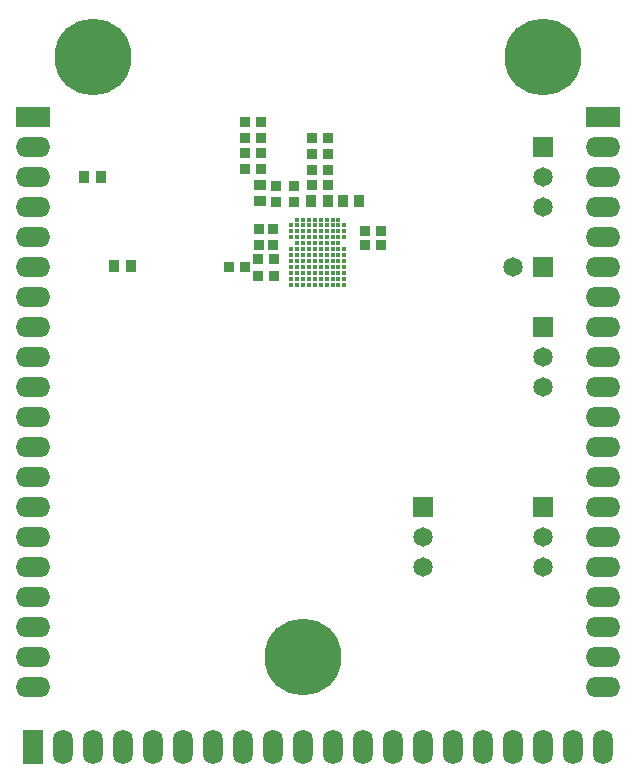
<source format=gts>
G04*
G04 #@! TF.GenerationSoftware,Altium Limited,Altium Designer,18.1.9 (240)*
G04*
G04 Layer_Color=8388736*
%FSLAX43Y43*%
%MOMM*%
G71*
G01*
G75*
%ADD21R,0.902X0.952*%
%ADD22R,0.952X0.902*%
%ADD23R,1.002X0.952*%
%ADD24R,0.952X1.002*%
%ADD25C,0.402*%
%ADD26C,1.652*%
%ADD27R,1.652X1.652*%
%ADD28R,1.652X1.652*%
%ADD29C,6.502*%
%ADD30O,2.946X1.676*%
%ADD31R,2.946X1.676*%
%ADD32O,1.676X2.946*%
%ADD33R,1.676X2.946*%
D21*
X28125Y43700D02*
D03*
X29475D02*
D03*
X28125Y42500D02*
D03*
X29475D02*
D03*
X19325Y52950D02*
D03*
X17975D02*
D03*
X19325Y51600D02*
D03*
X17975D02*
D03*
X19325Y50250D02*
D03*
X17975D02*
D03*
X19325Y48900D02*
D03*
X17975D02*
D03*
X17975Y40600D02*
D03*
X16625D02*
D03*
X20475Y41300D02*
D03*
X19125D02*
D03*
X20475Y39850D02*
D03*
X19125D02*
D03*
X24975Y47550D02*
D03*
X23625D02*
D03*
Y51550D02*
D03*
X24975D02*
D03*
X23625Y50200D02*
D03*
X24975D02*
D03*
X23625Y48850D02*
D03*
X24975D02*
D03*
D22*
X20600Y46175D02*
D03*
Y47525D02*
D03*
X20400Y42525D02*
D03*
Y43875D02*
D03*
X19200Y42525D02*
D03*
Y43875D02*
D03*
X22150Y47525D02*
D03*
Y46175D02*
D03*
D23*
X19300Y46200D02*
D03*
Y47600D02*
D03*
D24*
X5780Y48260D02*
D03*
X4380D02*
D03*
X26250Y46250D02*
D03*
X27650D02*
D03*
X23600D02*
D03*
X25000D02*
D03*
X8300Y40700D02*
D03*
X6900D02*
D03*
D25*
X22400Y44650D02*
D03*
X22900D02*
D03*
X23400D02*
D03*
X23900D02*
D03*
X24400D02*
D03*
X24900D02*
D03*
X25400D02*
D03*
X25900D02*
D03*
X21900Y44150D02*
D03*
X22400D02*
D03*
X22900D02*
D03*
X23400D02*
D03*
X23900D02*
D03*
X24400D02*
D03*
X24900D02*
D03*
X25400D02*
D03*
X25900D02*
D03*
X26400D02*
D03*
X21900Y43650D02*
D03*
X22400D02*
D03*
X22900D02*
D03*
X23400D02*
D03*
X23900D02*
D03*
X24400D02*
D03*
X24900D02*
D03*
X25400D02*
D03*
X25900D02*
D03*
X26400D02*
D03*
X21900Y43150D02*
D03*
X22400D02*
D03*
X22900D02*
D03*
X23400D02*
D03*
X23900D02*
D03*
X24400D02*
D03*
X24900D02*
D03*
X25400D02*
D03*
X25900D02*
D03*
X26400D02*
D03*
X22400Y42650D02*
D03*
X22900D02*
D03*
X23400D02*
D03*
X23900D02*
D03*
X24400D02*
D03*
X24900D02*
D03*
X25400D02*
D03*
X25900D02*
D03*
X21900Y42150D02*
D03*
X22400D02*
D03*
X22900D02*
D03*
X23400D02*
D03*
X23900D02*
D03*
X24400D02*
D03*
X24900D02*
D03*
X25400D02*
D03*
X25900D02*
D03*
X26400D02*
D03*
X21900Y41650D02*
D03*
X22400D02*
D03*
X22900D02*
D03*
X23400D02*
D03*
X23900D02*
D03*
X24400D02*
D03*
X24900D02*
D03*
X25400D02*
D03*
X25900D02*
D03*
X26400D02*
D03*
X21900Y41150D02*
D03*
X22400D02*
D03*
X22900D02*
D03*
X23400D02*
D03*
X23900D02*
D03*
X24400D02*
D03*
X24900D02*
D03*
X25400D02*
D03*
X25900D02*
D03*
X26400D02*
D03*
X21900Y40650D02*
D03*
X22400D02*
D03*
X22900D02*
D03*
X23400D02*
D03*
X23900D02*
D03*
X24400D02*
D03*
X24900D02*
D03*
X25400D02*
D03*
X25900D02*
D03*
X26400D02*
D03*
X21900Y40150D02*
D03*
X22400D02*
D03*
X22900D02*
D03*
X23400D02*
D03*
X23900D02*
D03*
X24400D02*
D03*
X24900D02*
D03*
X25400D02*
D03*
X25900D02*
D03*
X26400D02*
D03*
X21900Y39650D02*
D03*
X22400D02*
D03*
X22900D02*
D03*
X23400D02*
D03*
X23900D02*
D03*
X24400D02*
D03*
X24900D02*
D03*
X25400D02*
D03*
X25900D02*
D03*
X26400D02*
D03*
X21900Y39150D02*
D03*
X22400D02*
D03*
X22900D02*
D03*
X23400D02*
D03*
X23900D02*
D03*
X24400D02*
D03*
X24900D02*
D03*
X25400D02*
D03*
X25900D02*
D03*
X26400D02*
D03*
D26*
X43180Y30480D02*
D03*
Y33020D02*
D03*
X40640Y40640D02*
D03*
X43180Y48260D02*
D03*
Y45720D02*
D03*
X33020Y17780D02*
D03*
Y15240D02*
D03*
X43180Y17780D02*
D03*
Y15240D02*
D03*
D27*
Y35560D02*
D03*
Y50800D02*
D03*
X33020Y20320D02*
D03*
X43180D02*
D03*
D28*
Y40640D02*
D03*
D29*
X5080Y58420D02*
D03*
X43180D02*
D03*
X22860Y7620D02*
D03*
D30*
X48260Y5080D02*
D03*
Y7620D02*
D03*
Y10160D02*
D03*
Y12700D02*
D03*
Y15240D02*
D03*
Y17780D02*
D03*
Y20320D02*
D03*
Y22860D02*
D03*
Y25400D02*
D03*
Y27940D02*
D03*
Y30480D02*
D03*
Y33020D02*
D03*
Y35560D02*
D03*
Y38100D02*
D03*
Y40640D02*
D03*
Y43180D02*
D03*
Y45720D02*
D03*
Y48260D02*
D03*
Y50800D02*
D03*
X-0Y5080D02*
D03*
Y7620D02*
D03*
Y10160D02*
D03*
Y12700D02*
D03*
Y15240D02*
D03*
Y17780D02*
D03*
Y20320D02*
D03*
Y22860D02*
D03*
Y25400D02*
D03*
Y27940D02*
D03*
Y30480D02*
D03*
Y33020D02*
D03*
Y35560D02*
D03*
Y38100D02*
D03*
Y40640D02*
D03*
Y43180D02*
D03*
Y45720D02*
D03*
Y48260D02*
D03*
Y50800D02*
D03*
D31*
X48260Y53340D02*
D03*
X-0D02*
D03*
D32*
X48260Y-0D02*
D03*
X45720D02*
D03*
X43180D02*
D03*
X40640D02*
D03*
X38100D02*
D03*
X35560D02*
D03*
X33020D02*
D03*
X30480D02*
D03*
X27940D02*
D03*
X25400D02*
D03*
X22860D02*
D03*
X20320D02*
D03*
X17780D02*
D03*
X15240D02*
D03*
X12700D02*
D03*
X10160D02*
D03*
X7620D02*
D03*
X5080D02*
D03*
X2540D02*
D03*
D33*
X-0D02*
D03*
M02*

</source>
